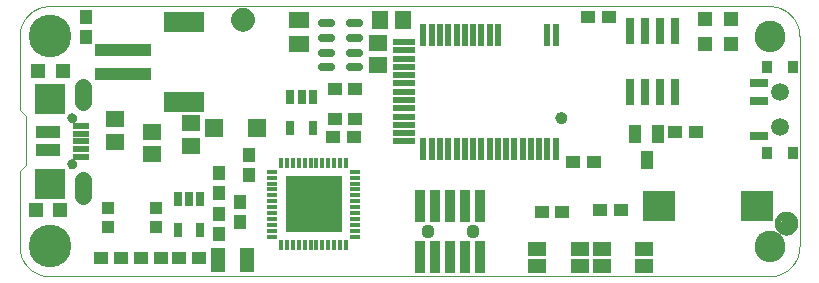
<source format=gts>
G75*
%MOIN*%
%OFA0B0*%
%FSLAX25Y25*%
%IPPOS*%
%LPD*%
%AMOC8*
5,1,8,0,0,1.08239X$1,22.5*
%
%ADD10C,0.00000*%
%ADD11C,0.10243*%
%ADD12R,0.06306X0.05282*%
%ADD13R,0.04337X0.04731*%
%ADD14R,0.05124X0.05124*%
%ADD15R,0.04731X0.04337*%
%ADD16C,0.04337*%
%ADD17C,0.01969*%
%ADD18R,0.04337X0.04337*%
%ADD19C,0.14243*%
%ADD20C,0.03156*%
%ADD21R,0.10243X0.10243*%
%ADD22C,0.05550*%
%ADD23R,0.08274X0.04337*%
%ADD24R,0.05709X0.01969*%
%ADD25R,0.02565X0.05124*%
%ADD26R,0.05912X0.05912*%
%ADD27R,0.18510X0.04337*%
%ADD28R,0.13786X0.06699*%
%ADD29R,0.03353X0.01384*%
%ADD30R,0.01384X0.03353*%
%ADD31R,0.18904X0.18904*%
%ADD32R,0.04731X0.07880*%
%ADD33R,0.05282X0.06306*%
%ADD34R,0.02172X0.07683*%
%ADD35R,0.07683X0.02172*%
%ADD36C,0.03943*%
%ADD37C,0.02565*%
%ADD38R,0.06699X0.05518*%
%ADD39R,0.04337X0.05912*%
%ADD40R,0.11069X0.09888*%
%ADD41R,0.03392X0.10636*%
%ADD42R,0.02762X0.09061*%
%ADD43R,0.05912X0.04534*%
%ADD44R,0.06306X0.03156*%
%ADD45R,0.03550X0.04337*%
%ADD46C,0.05943*%
D10*
X0049095Y0045933D02*
X0289095Y0045933D01*
X0284174Y0055933D02*
X0284176Y0056073D01*
X0284182Y0056213D01*
X0284192Y0056352D01*
X0284206Y0056491D01*
X0284224Y0056630D01*
X0284245Y0056768D01*
X0284271Y0056906D01*
X0284301Y0057043D01*
X0284334Y0057178D01*
X0284372Y0057313D01*
X0284413Y0057447D01*
X0284458Y0057580D01*
X0284506Y0057711D01*
X0284559Y0057840D01*
X0284615Y0057969D01*
X0284674Y0058095D01*
X0284738Y0058220D01*
X0284804Y0058343D01*
X0284875Y0058464D01*
X0284948Y0058583D01*
X0285025Y0058700D01*
X0285106Y0058814D01*
X0285189Y0058926D01*
X0285276Y0059036D01*
X0285366Y0059144D01*
X0285458Y0059248D01*
X0285554Y0059350D01*
X0285653Y0059450D01*
X0285754Y0059546D01*
X0285858Y0059640D01*
X0285965Y0059730D01*
X0286074Y0059817D01*
X0286186Y0059902D01*
X0286300Y0059983D01*
X0286416Y0060061D01*
X0286534Y0060135D01*
X0286655Y0060206D01*
X0286777Y0060274D01*
X0286902Y0060338D01*
X0287028Y0060399D01*
X0287155Y0060456D01*
X0287285Y0060509D01*
X0287416Y0060559D01*
X0287548Y0060604D01*
X0287681Y0060647D01*
X0287816Y0060685D01*
X0287951Y0060719D01*
X0288088Y0060750D01*
X0288225Y0060777D01*
X0288363Y0060799D01*
X0288502Y0060818D01*
X0288641Y0060833D01*
X0288780Y0060844D01*
X0288920Y0060851D01*
X0289060Y0060854D01*
X0289200Y0060853D01*
X0289340Y0060848D01*
X0289479Y0060839D01*
X0289619Y0060826D01*
X0289758Y0060809D01*
X0289896Y0060788D01*
X0290034Y0060764D01*
X0290171Y0060735D01*
X0290307Y0060703D01*
X0290442Y0060666D01*
X0290576Y0060626D01*
X0290709Y0060582D01*
X0290840Y0060534D01*
X0290970Y0060483D01*
X0291099Y0060428D01*
X0291226Y0060369D01*
X0291351Y0060306D01*
X0291474Y0060241D01*
X0291596Y0060171D01*
X0291715Y0060098D01*
X0291833Y0060022D01*
X0291948Y0059943D01*
X0292061Y0059860D01*
X0292171Y0059774D01*
X0292279Y0059685D01*
X0292384Y0059593D01*
X0292487Y0059498D01*
X0292587Y0059400D01*
X0292684Y0059300D01*
X0292778Y0059196D01*
X0292870Y0059090D01*
X0292958Y0058982D01*
X0293043Y0058871D01*
X0293125Y0058757D01*
X0293204Y0058641D01*
X0293279Y0058524D01*
X0293351Y0058404D01*
X0293419Y0058282D01*
X0293484Y0058158D01*
X0293546Y0058032D01*
X0293604Y0057905D01*
X0293658Y0057776D01*
X0293709Y0057645D01*
X0293755Y0057513D01*
X0293798Y0057380D01*
X0293838Y0057246D01*
X0293873Y0057111D01*
X0293905Y0056974D01*
X0293932Y0056837D01*
X0293956Y0056699D01*
X0293976Y0056561D01*
X0293992Y0056422D01*
X0294004Y0056282D01*
X0294012Y0056143D01*
X0294016Y0056003D01*
X0294016Y0055863D01*
X0294012Y0055723D01*
X0294004Y0055584D01*
X0293992Y0055444D01*
X0293976Y0055305D01*
X0293956Y0055167D01*
X0293932Y0055029D01*
X0293905Y0054892D01*
X0293873Y0054755D01*
X0293838Y0054620D01*
X0293798Y0054486D01*
X0293755Y0054353D01*
X0293709Y0054221D01*
X0293658Y0054090D01*
X0293604Y0053961D01*
X0293546Y0053834D01*
X0293484Y0053708D01*
X0293419Y0053584D01*
X0293351Y0053462D01*
X0293279Y0053342D01*
X0293204Y0053225D01*
X0293125Y0053109D01*
X0293043Y0052995D01*
X0292958Y0052884D01*
X0292870Y0052776D01*
X0292778Y0052670D01*
X0292684Y0052566D01*
X0292587Y0052466D01*
X0292487Y0052368D01*
X0292384Y0052273D01*
X0292279Y0052181D01*
X0292171Y0052092D01*
X0292061Y0052006D01*
X0291948Y0051923D01*
X0291833Y0051844D01*
X0291715Y0051768D01*
X0291596Y0051695D01*
X0291474Y0051625D01*
X0291351Y0051560D01*
X0291226Y0051497D01*
X0291099Y0051438D01*
X0290970Y0051383D01*
X0290840Y0051332D01*
X0290709Y0051284D01*
X0290576Y0051240D01*
X0290442Y0051200D01*
X0290307Y0051163D01*
X0290171Y0051131D01*
X0290034Y0051102D01*
X0289896Y0051078D01*
X0289758Y0051057D01*
X0289619Y0051040D01*
X0289479Y0051027D01*
X0289340Y0051018D01*
X0289200Y0051013D01*
X0289060Y0051012D01*
X0288920Y0051015D01*
X0288780Y0051022D01*
X0288641Y0051033D01*
X0288502Y0051048D01*
X0288363Y0051067D01*
X0288225Y0051089D01*
X0288088Y0051116D01*
X0287951Y0051147D01*
X0287816Y0051181D01*
X0287681Y0051219D01*
X0287548Y0051262D01*
X0287416Y0051307D01*
X0287285Y0051357D01*
X0287155Y0051410D01*
X0287028Y0051467D01*
X0286902Y0051528D01*
X0286777Y0051592D01*
X0286655Y0051660D01*
X0286534Y0051731D01*
X0286416Y0051805D01*
X0286300Y0051883D01*
X0286186Y0051964D01*
X0286074Y0052049D01*
X0285965Y0052136D01*
X0285858Y0052226D01*
X0285754Y0052320D01*
X0285653Y0052416D01*
X0285554Y0052516D01*
X0285458Y0052618D01*
X0285366Y0052722D01*
X0285276Y0052830D01*
X0285189Y0052940D01*
X0285106Y0053052D01*
X0285025Y0053166D01*
X0284948Y0053283D01*
X0284875Y0053402D01*
X0284804Y0053523D01*
X0284738Y0053646D01*
X0284674Y0053771D01*
X0284615Y0053897D01*
X0284559Y0054026D01*
X0284506Y0054155D01*
X0284458Y0054286D01*
X0284413Y0054419D01*
X0284372Y0054553D01*
X0284334Y0054688D01*
X0284301Y0054823D01*
X0284271Y0054960D01*
X0284245Y0055098D01*
X0284224Y0055236D01*
X0284206Y0055375D01*
X0284192Y0055514D01*
X0284182Y0055653D01*
X0284176Y0055793D01*
X0284174Y0055933D01*
X0289095Y0045933D02*
X0289337Y0045936D01*
X0289578Y0045945D01*
X0289819Y0045959D01*
X0290060Y0045980D01*
X0290300Y0046006D01*
X0290540Y0046038D01*
X0290779Y0046076D01*
X0291016Y0046119D01*
X0291253Y0046169D01*
X0291488Y0046224D01*
X0291722Y0046284D01*
X0291954Y0046351D01*
X0292185Y0046422D01*
X0292414Y0046500D01*
X0292641Y0046583D01*
X0292866Y0046671D01*
X0293089Y0046765D01*
X0293309Y0046864D01*
X0293527Y0046969D01*
X0293742Y0047078D01*
X0293955Y0047193D01*
X0294165Y0047313D01*
X0294371Y0047438D01*
X0294575Y0047568D01*
X0294776Y0047703D01*
X0294973Y0047843D01*
X0295167Y0047987D01*
X0295357Y0048136D01*
X0295543Y0048290D01*
X0295726Y0048448D01*
X0295905Y0048610D01*
X0296080Y0048777D01*
X0296251Y0048948D01*
X0296418Y0049123D01*
X0296580Y0049302D01*
X0296738Y0049485D01*
X0296892Y0049671D01*
X0297041Y0049861D01*
X0297185Y0050055D01*
X0297325Y0050252D01*
X0297460Y0050453D01*
X0297590Y0050657D01*
X0297715Y0050863D01*
X0297835Y0051073D01*
X0297950Y0051286D01*
X0298059Y0051501D01*
X0298164Y0051719D01*
X0298263Y0051939D01*
X0298357Y0052162D01*
X0298445Y0052387D01*
X0298528Y0052614D01*
X0298606Y0052843D01*
X0298677Y0053074D01*
X0298744Y0053306D01*
X0298804Y0053540D01*
X0298859Y0053775D01*
X0298909Y0054012D01*
X0298952Y0054249D01*
X0298990Y0054488D01*
X0299022Y0054728D01*
X0299048Y0054968D01*
X0299069Y0055209D01*
X0299083Y0055450D01*
X0299092Y0055691D01*
X0299095Y0055933D01*
X0299095Y0125933D01*
X0284174Y0125933D02*
X0284176Y0126073D01*
X0284182Y0126213D01*
X0284192Y0126352D01*
X0284206Y0126491D01*
X0284224Y0126630D01*
X0284245Y0126768D01*
X0284271Y0126906D01*
X0284301Y0127043D01*
X0284334Y0127178D01*
X0284372Y0127313D01*
X0284413Y0127447D01*
X0284458Y0127580D01*
X0284506Y0127711D01*
X0284559Y0127840D01*
X0284615Y0127969D01*
X0284674Y0128095D01*
X0284738Y0128220D01*
X0284804Y0128343D01*
X0284875Y0128464D01*
X0284948Y0128583D01*
X0285025Y0128700D01*
X0285106Y0128814D01*
X0285189Y0128926D01*
X0285276Y0129036D01*
X0285366Y0129144D01*
X0285458Y0129248D01*
X0285554Y0129350D01*
X0285653Y0129450D01*
X0285754Y0129546D01*
X0285858Y0129640D01*
X0285965Y0129730D01*
X0286074Y0129817D01*
X0286186Y0129902D01*
X0286300Y0129983D01*
X0286416Y0130061D01*
X0286534Y0130135D01*
X0286655Y0130206D01*
X0286777Y0130274D01*
X0286902Y0130338D01*
X0287028Y0130399D01*
X0287155Y0130456D01*
X0287285Y0130509D01*
X0287416Y0130559D01*
X0287548Y0130604D01*
X0287681Y0130647D01*
X0287816Y0130685D01*
X0287951Y0130719D01*
X0288088Y0130750D01*
X0288225Y0130777D01*
X0288363Y0130799D01*
X0288502Y0130818D01*
X0288641Y0130833D01*
X0288780Y0130844D01*
X0288920Y0130851D01*
X0289060Y0130854D01*
X0289200Y0130853D01*
X0289340Y0130848D01*
X0289479Y0130839D01*
X0289619Y0130826D01*
X0289758Y0130809D01*
X0289896Y0130788D01*
X0290034Y0130764D01*
X0290171Y0130735D01*
X0290307Y0130703D01*
X0290442Y0130666D01*
X0290576Y0130626D01*
X0290709Y0130582D01*
X0290840Y0130534D01*
X0290970Y0130483D01*
X0291099Y0130428D01*
X0291226Y0130369D01*
X0291351Y0130306D01*
X0291474Y0130241D01*
X0291596Y0130171D01*
X0291715Y0130098D01*
X0291833Y0130022D01*
X0291948Y0129943D01*
X0292061Y0129860D01*
X0292171Y0129774D01*
X0292279Y0129685D01*
X0292384Y0129593D01*
X0292487Y0129498D01*
X0292587Y0129400D01*
X0292684Y0129300D01*
X0292778Y0129196D01*
X0292870Y0129090D01*
X0292958Y0128982D01*
X0293043Y0128871D01*
X0293125Y0128757D01*
X0293204Y0128641D01*
X0293279Y0128524D01*
X0293351Y0128404D01*
X0293419Y0128282D01*
X0293484Y0128158D01*
X0293546Y0128032D01*
X0293604Y0127905D01*
X0293658Y0127776D01*
X0293709Y0127645D01*
X0293755Y0127513D01*
X0293798Y0127380D01*
X0293838Y0127246D01*
X0293873Y0127111D01*
X0293905Y0126974D01*
X0293932Y0126837D01*
X0293956Y0126699D01*
X0293976Y0126561D01*
X0293992Y0126422D01*
X0294004Y0126282D01*
X0294012Y0126143D01*
X0294016Y0126003D01*
X0294016Y0125863D01*
X0294012Y0125723D01*
X0294004Y0125584D01*
X0293992Y0125444D01*
X0293976Y0125305D01*
X0293956Y0125167D01*
X0293932Y0125029D01*
X0293905Y0124892D01*
X0293873Y0124755D01*
X0293838Y0124620D01*
X0293798Y0124486D01*
X0293755Y0124353D01*
X0293709Y0124221D01*
X0293658Y0124090D01*
X0293604Y0123961D01*
X0293546Y0123834D01*
X0293484Y0123708D01*
X0293419Y0123584D01*
X0293351Y0123462D01*
X0293279Y0123342D01*
X0293204Y0123225D01*
X0293125Y0123109D01*
X0293043Y0122995D01*
X0292958Y0122884D01*
X0292870Y0122776D01*
X0292778Y0122670D01*
X0292684Y0122566D01*
X0292587Y0122466D01*
X0292487Y0122368D01*
X0292384Y0122273D01*
X0292279Y0122181D01*
X0292171Y0122092D01*
X0292061Y0122006D01*
X0291948Y0121923D01*
X0291833Y0121844D01*
X0291715Y0121768D01*
X0291596Y0121695D01*
X0291474Y0121625D01*
X0291351Y0121560D01*
X0291226Y0121497D01*
X0291099Y0121438D01*
X0290970Y0121383D01*
X0290840Y0121332D01*
X0290709Y0121284D01*
X0290576Y0121240D01*
X0290442Y0121200D01*
X0290307Y0121163D01*
X0290171Y0121131D01*
X0290034Y0121102D01*
X0289896Y0121078D01*
X0289758Y0121057D01*
X0289619Y0121040D01*
X0289479Y0121027D01*
X0289340Y0121018D01*
X0289200Y0121013D01*
X0289060Y0121012D01*
X0288920Y0121015D01*
X0288780Y0121022D01*
X0288641Y0121033D01*
X0288502Y0121048D01*
X0288363Y0121067D01*
X0288225Y0121089D01*
X0288088Y0121116D01*
X0287951Y0121147D01*
X0287816Y0121181D01*
X0287681Y0121219D01*
X0287548Y0121262D01*
X0287416Y0121307D01*
X0287285Y0121357D01*
X0287155Y0121410D01*
X0287028Y0121467D01*
X0286902Y0121528D01*
X0286777Y0121592D01*
X0286655Y0121660D01*
X0286534Y0121731D01*
X0286416Y0121805D01*
X0286300Y0121883D01*
X0286186Y0121964D01*
X0286074Y0122049D01*
X0285965Y0122136D01*
X0285858Y0122226D01*
X0285754Y0122320D01*
X0285653Y0122416D01*
X0285554Y0122516D01*
X0285458Y0122618D01*
X0285366Y0122722D01*
X0285276Y0122830D01*
X0285189Y0122940D01*
X0285106Y0123052D01*
X0285025Y0123166D01*
X0284948Y0123283D01*
X0284875Y0123402D01*
X0284804Y0123523D01*
X0284738Y0123646D01*
X0284674Y0123771D01*
X0284615Y0123897D01*
X0284559Y0124026D01*
X0284506Y0124155D01*
X0284458Y0124286D01*
X0284413Y0124419D01*
X0284372Y0124553D01*
X0284334Y0124688D01*
X0284301Y0124823D01*
X0284271Y0124960D01*
X0284245Y0125098D01*
X0284224Y0125236D01*
X0284206Y0125375D01*
X0284192Y0125514D01*
X0284182Y0125653D01*
X0284176Y0125793D01*
X0284174Y0125933D01*
X0289095Y0135933D02*
X0289337Y0135930D01*
X0289578Y0135921D01*
X0289819Y0135907D01*
X0290060Y0135886D01*
X0290300Y0135860D01*
X0290540Y0135828D01*
X0290779Y0135790D01*
X0291016Y0135747D01*
X0291253Y0135697D01*
X0291488Y0135642D01*
X0291722Y0135582D01*
X0291954Y0135515D01*
X0292185Y0135444D01*
X0292414Y0135366D01*
X0292641Y0135283D01*
X0292866Y0135195D01*
X0293089Y0135101D01*
X0293309Y0135002D01*
X0293527Y0134897D01*
X0293742Y0134788D01*
X0293955Y0134673D01*
X0294165Y0134553D01*
X0294371Y0134428D01*
X0294575Y0134298D01*
X0294776Y0134163D01*
X0294973Y0134023D01*
X0295167Y0133879D01*
X0295357Y0133730D01*
X0295543Y0133576D01*
X0295726Y0133418D01*
X0295905Y0133256D01*
X0296080Y0133089D01*
X0296251Y0132918D01*
X0296418Y0132743D01*
X0296580Y0132564D01*
X0296738Y0132381D01*
X0296892Y0132195D01*
X0297041Y0132005D01*
X0297185Y0131811D01*
X0297325Y0131614D01*
X0297460Y0131413D01*
X0297590Y0131209D01*
X0297715Y0131003D01*
X0297835Y0130793D01*
X0297950Y0130580D01*
X0298059Y0130365D01*
X0298164Y0130147D01*
X0298263Y0129927D01*
X0298357Y0129704D01*
X0298445Y0129479D01*
X0298528Y0129252D01*
X0298606Y0129023D01*
X0298677Y0128792D01*
X0298744Y0128560D01*
X0298804Y0128326D01*
X0298859Y0128091D01*
X0298909Y0127854D01*
X0298952Y0127617D01*
X0298990Y0127378D01*
X0299022Y0127138D01*
X0299048Y0126898D01*
X0299069Y0126657D01*
X0299083Y0126416D01*
X0299092Y0126175D01*
X0299095Y0125933D01*
X0289095Y0135933D02*
X0049095Y0135933D01*
X0048853Y0135930D01*
X0048612Y0135921D01*
X0048371Y0135907D01*
X0048130Y0135886D01*
X0047890Y0135860D01*
X0047650Y0135828D01*
X0047411Y0135790D01*
X0047174Y0135747D01*
X0046937Y0135697D01*
X0046702Y0135642D01*
X0046468Y0135582D01*
X0046236Y0135515D01*
X0046005Y0135444D01*
X0045776Y0135366D01*
X0045549Y0135283D01*
X0045324Y0135195D01*
X0045101Y0135101D01*
X0044881Y0135002D01*
X0044663Y0134897D01*
X0044448Y0134788D01*
X0044235Y0134673D01*
X0044025Y0134553D01*
X0043819Y0134428D01*
X0043615Y0134298D01*
X0043414Y0134163D01*
X0043217Y0134023D01*
X0043023Y0133879D01*
X0042833Y0133730D01*
X0042647Y0133576D01*
X0042464Y0133418D01*
X0042285Y0133256D01*
X0042110Y0133089D01*
X0041939Y0132918D01*
X0041772Y0132743D01*
X0041610Y0132564D01*
X0041452Y0132381D01*
X0041298Y0132195D01*
X0041149Y0132005D01*
X0041005Y0131811D01*
X0040865Y0131614D01*
X0040730Y0131413D01*
X0040600Y0131209D01*
X0040475Y0131003D01*
X0040355Y0130793D01*
X0040240Y0130580D01*
X0040131Y0130365D01*
X0040026Y0130147D01*
X0039927Y0129927D01*
X0039833Y0129704D01*
X0039745Y0129479D01*
X0039662Y0129252D01*
X0039584Y0129023D01*
X0039513Y0128792D01*
X0039446Y0128560D01*
X0039386Y0128326D01*
X0039331Y0128091D01*
X0039281Y0127854D01*
X0039238Y0127617D01*
X0039200Y0127378D01*
X0039168Y0127138D01*
X0039142Y0126898D01*
X0039121Y0126657D01*
X0039107Y0126416D01*
X0039098Y0126175D01*
X0039095Y0125933D01*
X0039095Y0101433D01*
X0041095Y0099433D01*
X0041095Y0082933D01*
X0039095Y0080933D01*
X0039095Y0055933D01*
X0039098Y0055691D01*
X0039107Y0055450D01*
X0039121Y0055209D01*
X0039142Y0054968D01*
X0039168Y0054728D01*
X0039200Y0054488D01*
X0039238Y0054249D01*
X0039281Y0054012D01*
X0039331Y0053775D01*
X0039386Y0053540D01*
X0039446Y0053306D01*
X0039513Y0053074D01*
X0039584Y0052843D01*
X0039662Y0052614D01*
X0039745Y0052387D01*
X0039833Y0052162D01*
X0039927Y0051939D01*
X0040026Y0051719D01*
X0040131Y0051501D01*
X0040240Y0051286D01*
X0040355Y0051073D01*
X0040475Y0050863D01*
X0040600Y0050657D01*
X0040730Y0050453D01*
X0040865Y0050252D01*
X0041005Y0050055D01*
X0041149Y0049861D01*
X0041298Y0049671D01*
X0041452Y0049485D01*
X0041610Y0049302D01*
X0041772Y0049123D01*
X0041939Y0048948D01*
X0042110Y0048777D01*
X0042285Y0048610D01*
X0042464Y0048448D01*
X0042647Y0048290D01*
X0042833Y0048136D01*
X0043023Y0047987D01*
X0043217Y0047843D01*
X0043414Y0047703D01*
X0043615Y0047568D01*
X0043819Y0047438D01*
X0044025Y0047313D01*
X0044235Y0047193D01*
X0044448Y0047078D01*
X0044663Y0046969D01*
X0044881Y0046864D01*
X0045101Y0046765D01*
X0045324Y0046671D01*
X0045549Y0046583D01*
X0045776Y0046500D01*
X0046005Y0046422D01*
X0046236Y0046351D01*
X0046468Y0046284D01*
X0046702Y0046224D01*
X0046937Y0046169D01*
X0047174Y0046119D01*
X0047411Y0046076D01*
X0047650Y0046038D01*
X0047890Y0046006D01*
X0048130Y0045980D01*
X0048371Y0045959D01*
X0048612Y0045945D01*
X0048853Y0045936D01*
X0049095Y0045933D01*
X0047934Y0074988D02*
X0050296Y0074988D01*
X0050373Y0075000D01*
X0050449Y0075015D01*
X0050525Y0075034D01*
X0050599Y0075057D01*
X0050673Y0075083D01*
X0050744Y0075113D01*
X0050815Y0075147D01*
X0050883Y0075183D01*
X0050950Y0075224D01*
X0051015Y0075267D01*
X0051077Y0075313D01*
X0051138Y0075363D01*
X0051195Y0075415D01*
X0051250Y0075471D01*
X0051302Y0075528D01*
X0051352Y0075589D01*
X0051398Y0075651D01*
X0051441Y0075716D01*
X0051481Y0075783D01*
X0051518Y0075852D01*
X0051551Y0075922D01*
X0051581Y0075994D01*
X0051607Y0076068D01*
X0051629Y0076142D01*
X0051648Y0076218D01*
X0051663Y0076294D01*
X0051674Y0076371D01*
X0051682Y0076449D01*
X0051686Y0076527D01*
X0051685Y0076605D01*
X0051682Y0076682D01*
X0051674Y0076760D01*
X0051682Y0076838D01*
X0051685Y0076915D01*
X0051686Y0076993D01*
X0051682Y0077071D01*
X0051674Y0077149D01*
X0051663Y0077226D01*
X0051648Y0077302D01*
X0051629Y0077378D01*
X0051607Y0077452D01*
X0051581Y0077526D01*
X0051551Y0077598D01*
X0051518Y0077668D01*
X0051481Y0077737D01*
X0051441Y0077804D01*
X0051398Y0077869D01*
X0051352Y0077931D01*
X0051302Y0077992D01*
X0051250Y0078049D01*
X0051195Y0078105D01*
X0051138Y0078157D01*
X0051077Y0078207D01*
X0051015Y0078253D01*
X0050950Y0078296D01*
X0050883Y0078337D01*
X0050815Y0078373D01*
X0050744Y0078407D01*
X0050673Y0078437D01*
X0050599Y0078463D01*
X0050525Y0078486D01*
X0050449Y0078505D01*
X0050373Y0078520D01*
X0050296Y0078532D01*
X0050296Y0078531D02*
X0047934Y0078531D01*
X0047934Y0078532D02*
X0047857Y0078520D01*
X0047781Y0078505D01*
X0047705Y0078486D01*
X0047631Y0078463D01*
X0047557Y0078437D01*
X0047486Y0078407D01*
X0047415Y0078373D01*
X0047347Y0078337D01*
X0047280Y0078296D01*
X0047215Y0078253D01*
X0047153Y0078207D01*
X0047092Y0078157D01*
X0047035Y0078105D01*
X0046980Y0078049D01*
X0046928Y0077992D01*
X0046878Y0077931D01*
X0046832Y0077869D01*
X0046789Y0077804D01*
X0046749Y0077737D01*
X0046712Y0077668D01*
X0046679Y0077598D01*
X0046649Y0077526D01*
X0046623Y0077452D01*
X0046601Y0077378D01*
X0046582Y0077302D01*
X0046567Y0077226D01*
X0046556Y0077149D01*
X0046548Y0077071D01*
X0046544Y0076993D01*
X0046545Y0076915D01*
X0046548Y0076838D01*
X0046556Y0076760D01*
X0046548Y0076682D01*
X0046545Y0076605D01*
X0046544Y0076527D01*
X0046548Y0076449D01*
X0046556Y0076371D01*
X0046567Y0076294D01*
X0046582Y0076218D01*
X0046601Y0076142D01*
X0046623Y0076068D01*
X0046649Y0075994D01*
X0046679Y0075922D01*
X0046712Y0075852D01*
X0046749Y0075783D01*
X0046789Y0075716D01*
X0046832Y0075651D01*
X0046878Y0075589D01*
X0046928Y0075528D01*
X0046980Y0075471D01*
X0047035Y0075415D01*
X0047092Y0075363D01*
X0047153Y0075313D01*
X0047215Y0075267D01*
X0047280Y0075224D01*
X0047347Y0075183D01*
X0047415Y0075147D01*
X0047486Y0075113D01*
X0047557Y0075083D01*
X0047631Y0075057D01*
X0047705Y0075034D01*
X0047781Y0075015D01*
X0047857Y0075000D01*
X0047934Y0074988D01*
X0055217Y0083256D02*
X0055219Y0083330D01*
X0055225Y0083404D01*
X0055235Y0083477D01*
X0055249Y0083550D01*
X0055266Y0083622D01*
X0055288Y0083692D01*
X0055313Y0083762D01*
X0055342Y0083830D01*
X0055375Y0083896D01*
X0055411Y0083961D01*
X0055451Y0084023D01*
X0055493Y0084084D01*
X0055539Y0084142D01*
X0055588Y0084197D01*
X0055640Y0084250D01*
X0055695Y0084300D01*
X0055752Y0084346D01*
X0055812Y0084390D01*
X0055874Y0084430D01*
X0055938Y0084467D01*
X0056004Y0084501D01*
X0056072Y0084531D01*
X0056141Y0084557D01*
X0056212Y0084580D01*
X0056283Y0084598D01*
X0056356Y0084613D01*
X0056429Y0084624D01*
X0056503Y0084631D01*
X0056577Y0084634D01*
X0056650Y0084633D01*
X0056724Y0084628D01*
X0056798Y0084619D01*
X0056871Y0084606D01*
X0056943Y0084589D01*
X0057014Y0084569D01*
X0057084Y0084544D01*
X0057152Y0084516D01*
X0057219Y0084485D01*
X0057284Y0084449D01*
X0057347Y0084411D01*
X0057408Y0084369D01*
X0057467Y0084323D01*
X0057523Y0084275D01*
X0057576Y0084224D01*
X0057626Y0084170D01*
X0057674Y0084113D01*
X0057718Y0084054D01*
X0057760Y0083992D01*
X0057798Y0083929D01*
X0057832Y0083863D01*
X0057863Y0083796D01*
X0057890Y0083727D01*
X0057913Y0083657D01*
X0057933Y0083586D01*
X0057949Y0083513D01*
X0057961Y0083440D01*
X0057969Y0083367D01*
X0057973Y0083293D01*
X0057973Y0083219D01*
X0057969Y0083145D01*
X0057961Y0083072D01*
X0057949Y0082999D01*
X0057933Y0082926D01*
X0057913Y0082855D01*
X0057890Y0082785D01*
X0057863Y0082716D01*
X0057832Y0082649D01*
X0057798Y0082583D01*
X0057760Y0082520D01*
X0057718Y0082458D01*
X0057674Y0082399D01*
X0057626Y0082342D01*
X0057576Y0082288D01*
X0057523Y0082237D01*
X0057467Y0082189D01*
X0057408Y0082143D01*
X0057347Y0082101D01*
X0057284Y0082063D01*
X0057219Y0082027D01*
X0057152Y0081996D01*
X0057084Y0081968D01*
X0057014Y0081943D01*
X0056943Y0081923D01*
X0056871Y0081906D01*
X0056798Y0081893D01*
X0056724Y0081884D01*
X0056650Y0081879D01*
X0056577Y0081878D01*
X0056503Y0081881D01*
X0056429Y0081888D01*
X0056356Y0081899D01*
X0056283Y0081914D01*
X0056212Y0081932D01*
X0056141Y0081955D01*
X0056072Y0081981D01*
X0056004Y0082011D01*
X0055938Y0082045D01*
X0055874Y0082082D01*
X0055812Y0082122D01*
X0055752Y0082166D01*
X0055695Y0082212D01*
X0055640Y0082262D01*
X0055588Y0082315D01*
X0055539Y0082370D01*
X0055493Y0082428D01*
X0055451Y0082489D01*
X0055411Y0082551D01*
X0055375Y0082616D01*
X0055342Y0082682D01*
X0055313Y0082750D01*
X0055288Y0082820D01*
X0055266Y0082890D01*
X0055249Y0082962D01*
X0055235Y0083035D01*
X0055225Y0083108D01*
X0055219Y0083182D01*
X0055217Y0083256D01*
X0055217Y0098610D02*
X0055219Y0098684D01*
X0055225Y0098758D01*
X0055235Y0098831D01*
X0055249Y0098904D01*
X0055266Y0098976D01*
X0055288Y0099046D01*
X0055313Y0099116D01*
X0055342Y0099184D01*
X0055375Y0099250D01*
X0055411Y0099315D01*
X0055451Y0099377D01*
X0055493Y0099438D01*
X0055539Y0099496D01*
X0055588Y0099551D01*
X0055640Y0099604D01*
X0055695Y0099654D01*
X0055752Y0099700D01*
X0055812Y0099744D01*
X0055874Y0099784D01*
X0055938Y0099821D01*
X0056004Y0099855D01*
X0056072Y0099885D01*
X0056141Y0099911D01*
X0056212Y0099934D01*
X0056283Y0099952D01*
X0056356Y0099967D01*
X0056429Y0099978D01*
X0056503Y0099985D01*
X0056577Y0099988D01*
X0056650Y0099987D01*
X0056724Y0099982D01*
X0056798Y0099973D01*
X0056871Y0099960D01*
X0056943Y0099943D01*
X0057014Y0099923D01*
X0057084Y0099898D01*
X0057152Y0099870D01*
X0057219Y0099839D01*
X0057284Y0099803D01*
X0057347Y0099765D01*
X0057408Y0099723D01*
X0057467Y0099677D01*
X0057523Y0099629D01*
X0057576Y0099578D01*
X0057626Y0099524D01*
X0057674Y0099467D01*
X0057718Y0099408D01*
X0057760Y0099346D01*
X0057798Y0099283D01*
X0057832Y0099217D01*
X0057863Y0099150D01*
X0057890Y0099081D01*
X0057913Y0099011D01*
X0057933Y0098940D01*
X0057949Y0098867D01*
X0057961Y0098794D01*
X0057969Y0098721D01*
X0057973Y0098647D01*
X0057973Y0098573D01*
X0057969Y0098499D01*
X0057961Y0098426D01*
X0057949Y0098353D01*
X0057933Y0098280D01*
X0057913Y0098209D01*
X0057890Y0098139D01*
X0057863Y0098070D01*
X0057832Y0098003D01*
X0057798Y0097937D01*
X0057760Y0097874D01*
X0057718Y0097812D01*
X0057674Y0097753D01*
X0057626Y0097696D01*
X0057576Y0097642D01*
X0057523Y0097591D01*
X0057467Y0097543D01*
X0057408Y0097497D01*
X0057347Y0097455D01*
X0057284Y0097417D01*
X0057219Y0097381D01*
X0057152Y0097350D01*
X0057084Y0097322D01*
X0057014Y0097297D01*
X0056943Y0097277D01*
X0056871Y0097260D01*
X0056798Y0097247D01*
X0056724Y0097238D01*
X0056650Y0097233D01*
X0056577Y0097232D01*
X0056503Y0097235D01*
X0056429Y0097242D01*
X0056356Y0097253D01*
X0056283Y0097268D01*
X0056212Y0097286D01*
X0056141Y0097309D01*
X0056072Y0097335D01*
X0056004Y0097365D01*
X0055938Y0097399D01*
X0055874Y0097436D01*
X0055812Y0097476D01*
X0055752Y0097520D01*
X0055695Y0097566D01*
X0055640Y0097616D01*
X0055588Y0097669D01*
X0055539Y0097724D01*
X0055493Y0097782D01*
X0055451Y0097843D01*
X0055411Y0097905D01*
X0055375Y0097970D01*
X0055342Y0098036D01*
X0055313Y0098104D01*
X0055288Y0098174D01*
X0055266Y0098244D01*
X0055249Y0098316D01*
X0055235Y0098389D01*
X0055225Y0098462D01*
X0055219Y0098536D01*
X0055217Y0098610D01*
X0050296Y0103335D02*
X0048131Y0103335D01*
X0048130Y0103334D02*
X0048056Y0103331D01*
X0047981Y0103332D01*
X0047906Y0103336D01*
X0047831Y0103345D01*
X0047757Y0103357D01*
X0047684Y0103373D01*
X0047611Y0103392D01*
X0047540Y0103415D01*
X0047470Y0103442D01*
X0047401Y0103472D01*
X0047334Y0103506D01*
X0047269Y0103543D01*
X0047206Y0103583D01*
X0047145Y0103626D01*
X0047086Y0103673D01*
X0047030Y0103722D01*
X0046976Y0103774D01*
X0046925Y0103829D01*
X0046876Y0103887D01*
X0046831Y0103946D01*
X0046789Y0104008D01*
X0046750Y0104072D01*
X0046714Y0104138D01*
X0046681Y0104206D01*
X0046652Y0104275D01*
X0046627Y0104346D01*
X0046605Y0104417D01*
X0046587Y0104490D01*
X0046573Y0104564D01*
X0046562Y0104638D01*
X0046555Y0104713D01*
X0046556Y0104713D02*
X0046556Y0105500D01*
X0046555Y0105500D02*
X0046562Y0105575D01*
X0046573Y0105649D01*
X0046587Y0105723D01*
X0046605Y0105796D01*
X0046627Y0105867D01*
X0046652Y0105938D01*
X0046681Y0106007D01*
X0046714Y0106075D01*
X0046750Y0106141D01*
X0046789Y0106205D01*
X0046831Y0106267D01*
X0046876Y0106326D01*
X0046925Y0106384D01*
X0046976Y0106439D01*
X0047030Y0106491D01*
X0047086Y0106540D01*
X0047145Y0106587D01*
X0047206Y0106630D01*
X0047269Y0106670D01*
X0047334Y0106707D01*
X0047401Y0106741D01*
X0047470Y0106771D01*
X0047540Y0106798D01*
X0047611Y0106821D01*
X0047684Y0106840D01*
X0047757Y0106856D01*
X0047831Y0106868D01*
X0047906Y0106877D01*
X0047981Y0106881D01*
X0048056Y0106882D01*
X0048130Y0106879D01*
X0048131Y0106878D02*
X0050296Y0106878D01*
X0050368Y0106876D01*
X0050440Y0106870D01*
X0050512Y0106861D01*
X0050583Y0106848D01*
X0050653Y0106831D01*
X0050722Y0106811D01*
X0050790Y0106786D01*
X0050856Y0106759D01*
X0050922Y0106728D01*
X0050985Y0106693D01*
X0051047Y0106656D01*
X0051106Y0106615D01*
X0051163Y0106571D01*
X0051218Y0106524D01*
X0051270Y0106474D01*
X0051320Y0106422D01*
X0051367Y0106367D01*
X0051411Y0106310D01*
X0051452Y0106251D01*
X0051489Y0106189D01*
X0051524Y0106126D01*
X0051555Y0106060D01*
X0051582Y0105994D01*
X0051607Y0105926D01*
X0051627Y0105857D01*
X0051644Y0105787D01*
X0051657Y0105716D01*
X0051666Y0105644D01*
X0051672Y0105572D01*
X0051674Y0105500D01*
X0051674Y0104713D01*
X0051672Y0104641D01*
X0051666Y0104569D01*
X0051657Y0104497D01*
X0051644Y0104426D01*
X0051627Y0104356D01*
X0051607Y0104287D01*
X0051582Y0104219D01*
X0051555Y0104153D01*
X0051524Y0104087D01*
X0051489Y0104024D01*
X0051452Y0103962D01*
X0051411Y0103903D01*
X0051367Y0103846D01*
X0051320Y0103791D01*
X0051270Y0103739D01*
X0051218Y0103689D01*
X0051163Y0103642D01*
X0051106Y0103598D01*
X0051047Y0103557D01*
X0050985Y0103520D01*
X0050922Y0103485D01*
X0050856Y0103454D01*
X0050790Y0103427D01*
X0050722Y0103402D01*
X0050653Y0103382D01*
X0050583Y0103365D01*
X0050512Y0103352D01*
X0050440Y0103343D01*
X0050368Y0103337D01*
X0050296Y0103335D01*
X0173126Y0060933D02*
X0173128Y0061021D01*
X0173134Y0061109D01*
X0173144Y0061197D01*
X0173158Y0061285D01*
X0173175Y0061371D01*
X0173197Y0061457D01*
X0173222Y0061541D01*
X0173252Y0061625D01*
X0173284Y0061707D01*
X0173321Y0061787D01*
X0173361Y0061866D01*
X0173405Y0061943D01*
X0173452Y0062018D01*
X0173502Y0062090D01*
X0173556Y0062161D01*
X0173612Y0062228D01*
X0173672Y0062294D01*
X0173734Y0062356D01*
X0173800Y0062416D01*
X0173867Y0062472D01*
X0173938Y0062526D01*
X0174010Y0062576D01*
X0174085Y0062623D01*
X0174162Y0062667D01*
X0174241Y0062707D01*
X0174321Y0062744D01*
X0174403Y0062776D01*
X0174487Y0062806D01*
X0174571Y0062831D01*
X0174657Y0062853D01*
X0174743Y0062870D01*
X0174831Y0062884D01*
X0174919Y0062894D01*
X0175007Y0062900D01*
X0175095Y0062902D01*
X0175183Y0062900D01*
X0175271Y0062894D01*
X0175359Y0062884D01*
X0175447Y0062870D01*
X0175533Y0062853D01*
X0175619Y0062831D01*
X0175703Y0062806D01*
X0175787Y0062776D01*
X0175869Y0062744D01*
X0175949Y0062707D01*
X0176028Y0062667D01*
X0176105Y0062623D01*
X0176180Y0062576D01*
X0176252Y0062526D01*
X0176323Y0062472D01*
X0176390Y0062416D01*
X0176456Y0062356D01*
X0176518Y0062294D01*
X0176578Y0062228D01*
X0176634Y0062161D01*
X0176688Y0062090D01*
X0176738Y0062018D01*
X0176785Y0061943D01*
X0176829Y0061866D01*
X0176869Y0061787D01*
X0176906Y0061707D01*
X0176938Y0061625D01*
X0176968Y0061541D01*
X0176993Y0061457D01*
X0177015Y0061371D01*
X0177032Y0061285D01*
X0177046Y0061197D01*
X0177056Y0061109D01*
X0177062Y0061021D01*
X0177064Y0060933D01*
X0177062Y0060845D01*
X0177056Y0060757D01*
X0177046Y0060669D01*
X0177032Y0060581D01*
X0177015Y0060495D01*
X0176993Y0060409D01*
X0176968Y0060325D01*
X0176938Y0060241D01*
X0176906Y0060159D01*
X0176869Y0060079D01*
X0176829Y0060000D01*
X0176785Y0059923D01*
X0176738Y0059848D01*
X0176688Y0059776D01*
X0176634Y0059705D01*
X0176578Y0059638D01*
X0176518Y0059572D01*
X0176456Y0059510D01*
X0176390Y0059450D01*
X0176323Y0059394D01*
X0176252Y0059340D01*
X0176180Y0059290D01*
X0176105Y0059243D01*
X0176028Y0059199D01*
X0175949Y0059159D01*
X0175869Y0059122D01*
X0175787Y0059090D01*
X0175703Y0059060D01*
X0175619Y0059035D01*
X0175533Y0059013D01*
X0175447Y0058996D01*
X0175359Y0058982D01*
X0175271Y0058972D01*
X0175183Y0058966D01*
X0175095Y0058964D01*
X0175007Y0058966D01*
X0174919Y0058972D01*
X0174831Y0058982D01*
X0174743Y0058996D01*
X0174657Y0059013D01*
X0174571Y0059035D01*
X0174487Y0059060D01*
X0174403Y0059090D01*
X0174321Y0059122D01*
X0174241Y0059159D01*
X0174162Y0059199D01*
X0174085Y0059243D01*
X0174010Y0059290D01*
X0173938Y0059340D01*
X0173867Y0059394D01*
X0173800Y0059450D01*
X0173734Y0059510D01*
X0173672Y0059572D01*
X0173612Y0059638D01*
X0173556Y0059705D01*
X0173502Y0059776D01*
X0173452Y0059848D01*
X0173405Y0059923D01*
X0173361Y0060000D01*
X0173321Y0060079D01*
X0173284Y0060159D01*
X0173252Y0060241D01*
X0173222Y0060325D01*
X0173197Y0060409D01*
X0173175Y0060495D01*
X0173158Y0060581D01*
X0173144Y0060669D01*
X0173134Y0060757D01*
X0173128Y0060845D01*
X0173126Y0060933D01*
X0188126Y0060933D02*
X0188128Y0061021D01*
X0188134Y0061109D01*
X0188144Y0061197D01*
X0188158Y0061285D01*
X0188175Y0061371D01*
X0188197Y0061457D01*
X0188222Y0061541D01*
X0188252Y0061625D01*
X0188284Y0061707D01*
X0188321Y0061787D01*
X0188361Y0061866D01*
X0188405Y0061943D01*
X0188452Y0062018D01*
X0188502Y0062090D01*
X0188556Y0062161D01*
X0188612Y0062228D01*
X0188672Y0062294D01*
X0188734Y0062356D01*
X0188800Y0062416D01*
X0188867Y0062472D01*
X0188938Y0062526D01*
X0189010Y0062576D01*
X0189085Y0062623D01*
X0189162Y0062667D01*
X0189241Y0062707D01*
X0189321Y0062744D01*
X0189403Y0062776D01*
X0189487Y0062806D01*
X0189571Y0062831D01*
X0189657Y0062853D01*
X0189743Y0062870D01*
X0189831Y0062884D01*
X0189919Y0062894D01*
X0190007Y0062900D01*
X0190095Y0062902D01*
X0190183Y0062900D01*
X0190271Y0062894D01*
X0190359Y0062884D01*
X0190447Y0062870D01*
X0190533Y0062853D01*
X0190619Y0062831D01*
X0190703Y0062806D01*
X0190787Y0062776D01*
X0190869Y0062744D01*
X0190949Y0062707D01*
X0191028Y0062667D01*
X0191105Y0062623D01*
X0191180Y0062576D01*
X0191252Y0062526D01*
X0191323Y0062472D01*
X0191390Y0062416D01*
X0191456Y0062356D01*
X0191518Y0062294D01*
X0191578Y0062228D01*
X0191634Y0062161D01*
X0191688Y0062090D01*
X0191738Y0062018D01*
X0191785Y0061943D01*
X0191829Y0061866D01*
X0191869Y0061787D01*
X0191906Y0061707D01*
X0191938Y0061625D01*
X0191968Y0061541D01*
X0191993Y0061457D01*
X0192015Y0061371D01*
X0192032Y0061285D01*
X0192046Y0061197D01*
X0192056Y0061109D01*
X0192062Y0061021D01*
X0192064Y0060933D01*
X0192062Y0060845D01*
X0192056Y0060757D01*
X0192046Y0060669D01*
X0192032Y0060581D01*
X0192015Y0060495D01*
X0191993Y0060409D01*
X0191968Y0060325D01*
X0191938Y0060241D01*
X0191906Y0060159D01*
X0191869Y0060079D01*
X0191829Y0060000D01*
X0191785Y0059923D01*
X0191738Y0059848D01*
X0191688Y0059776D01*
X0191634Y0059705D01*
X0191578Y0059638D01*
X0191518Y0059572D01*
X0191456Y0059510D01*
X0191390Y0059450D01*
X0191323Y0059394D01*
X0191252Y0059340D01*
X0191180Y0059290D01*
X0191105Y0059243D01*
X0191028Y0059199D01*
X0190949Y0059159D01*
X0190869Y0059122D01*
X0190787Y0059090D01*
X0190703Y0059060D01*
X0190619Y0059035D01*
X0190533Y0059013D01*
X0190447Y0058996D01*
X0190359Y0058982D01*
X0190271Y0058972D01*
X0190183Y0058966D01*
X0190095Y0058964D01*
X0190007Y0058966D01*
X0189919Y0058972D01*
X0189831Y0058982D01*
X0189743Y0058996D01*
X0189657Y0059013D01*
X0189571Y0059035D01*
X0189487Y0059060D01*
X0189403Y0059090D01*
X0189321Y0059122D01*
X0189241Y0059159D01*
X0189162Y0059199D01*
X0189085Y0059243D01*
X0189010Y0059290D01*
X0188938Y0059340D01*
X0188867Y0059394D01*
X0188800Y0059450D01*
X0188734Y0059510D01*
X0188672Y0059572D01*
X0188612Y0059638D01*
X0188556Y0059705D01*
X0188502Y0059776D01*
X0188452Y0059848D01*
X0188405Y0059923D01*
X0188361Y0060000D01*
X0188321Y0060079D01*
X0188284Y0060159D01*
X0188252Y0060241D01*
X0188222Y0060325D01*
X0188197Y0060409D01*
X0188175Y0060495D01*
X0188158Y0060581D01*
X0188144Y0060669D01*
X0188134Y0060757D01*
X0188128Y0060845D01*
X0188126Y0060933D01*
X0217843Y0098772D02*
X0217845Y0098856D01*
X0217851Y0098939D01*
X0217861Y0099022D01*
X0217875Y0099105D01*
X0217892Y0099187D01*
X0217914Y0099268D01*
X0217939Y0099347D01*
X0217968Y0099426D01*
X0218001Y0099503D01*
X0218037Y0099578D01*
X0218077Y0099652D01*
X0218120Y0099724D01*
X0218167Y0099793D01*
X0218217Y0099860D01*
X0218270Y0099925D01*
X0218326Y0099987D01*
X0218384Y0100047D01*
X0218446Y0100104D01*
X0218510Y0100157D01*
X0218577Y0100208D01*
X0218646Y0100255D01*
X0218717Y0100300D01*
X0218790Y0100340D01*
X0218865Y0100377D01*
X0218942Y0100411D01*
X0219020Y0100441D01*
X0219099Y0100467D01*
X0219180Y0100490D01*
X0219262Y0100508D01*
X0219344Y0100523D01*
X0219427Y0100534D01*
X0219510Y0100541D01*
X0219594Y0100544D01*
X0219678Y0100543D01*
X0219761Y0100538D01*
X0219845Y0100529D01*
X0219927Y0100516D01*
X0220009Y0100500D01*
X0220090Y0100479D01*
X0220171Y0100455D01*
X0220249Y0100427D01*
X0220327Y0100395D01*
X0220403Y0100359D01*
X0220477Y0100320D01*
X0220549Y0100278D01*
X0220619Y0100232D01*
X0220687Y0100183D01*
X0220752Y0100131D01*
X0220815Y0100076D01*
X0220875Y0100018D01*
X0220933Y0099957D01*
X0220987Y0099893D01*
X0221039Y0099827D01*
X0221087Y0099759D01*
X0221132Y0099688D01*
X0221173Y0099615D01*
X0221212Y0099541D01*
X0221246Y0099465D01*
X0221277Y0099387D01*
X0221304Y0099308D01*
X0221328Y0099227D01*
X0221347Y0099146D01*
X0221363Y0099064D01*
X0221375Y0098981D01*
X0221383Y0098897D01*
X0221387Y0098814D01*
X0221387Y0098730D01*
X0221383Y0098647D01*
X0221375Y0098563D01*
X0221363Y0098480D01*
X0221347Y0098398D01*
X0221328Y0098317D01*
X0221304Y0098236D01*
X0221277Y0098157D01*
X0221246Y0098079D01*
X0221212Y0098003D01*
X0221173Y0097929D01*
X0221132Y0097856D01*
X0221087Y0097785D01*
X0221039Y0097717D01*
X0220987Y0097651D01*
X0220933Y0097587D01*
X0220875Y0097526D01*
X0220815Y0097468D01*
X0220752Y0097413D01*
X0220687Y0097361D01*
X0220619Y0097312D01*
X0220549Y0097266D01*
X0220477Y0097224D01*
X0220403Y0097185D01*
X0220327Y0097149D01*
X0220249Y0097117D01*
X0220171Y0097089D01*
X0220090Y0097065D01*
X0220009Y0097044D01*
X0219927Y0097028D01*
X0219845Y0097015D01*
X0219761Y0097006D01*
X0219678Y0097001D01*
X0219594Y0097000D01*
X0219510Y0097003D01*
X0219427Y0097010D01*
X0219344Y0097021D01*
X0219262Y0097036D01*
X0219180Y0097054D01*
X0219099Y0097077D01*
X0219020Y0097103D01*
X0218942Y0097133D01*
X0218865Y0097167D01*
X0218790Y0097204D01*
X0218717Y0097244D01*
X0218646Y0097289D01*
X0218577Y0097336D01*
X0218510Y0097387D01*
X0218446Y0097440D01*
X0218384Y0097497D01*
X0218326Y0097557D01*
X0218270Y0097619D01*
X0218217Y0097684D01*
X0218167Y0097751D01*
X0218120Y0097820D01*
X0218077Y0097892D01*
X0218037Y0097966D01*
X0218001Y0098041D01*
X0217968Y0098118D01*
X0217939Y0098197D01*
X0217914Y0098276D01*
X0217892Y0098357D01*
X0217875Y0098439D01*
X0217861Y0098522D01*
X0217851Y0098605D01*
X0217845Y0098688D01*
X0217843Y0098772D01*
D11*
X0289095Y0125933D03*
X0289095Y0055933D03*
D12*
X0158595Y0116193D03*
X0158595Y0123673D03*
X0096154Y0096937D03*
X0083095Y0094173D03*
X0070938Y0090713D03*
X0083095Y0086693D03*
X0096154Y0089457D03*
X0070938Y0098193D03*
D13*
X0105662Y0080480D03*
X0115595Y0079587D03*
X0105662Y0073787D03*
X0112595Y0070780D03*
X0105595Y0066780D03*
X0112595Y0064087D03*
X0105595Y0060087D03*
X0115595Y0086280D03*
X0061095Y0125587D03*
X0061095Y0132280D03*
D14*
X0053642Y0114276D03*
X0045375Y0114276D03*
X0044461Y0067933D03*
X0052729Y0067933D03*
X0267595Y0123299D03*
X0276095Y0123299D03*
X0276095Y0131567D03*
X0267595Y0131567D03*
D15*
X0235442Y0132433D03*
X0228749Y0132433D03*
X0257749Y0093933D03*
X0264442Y0093933D03*
X0230442Y0083933D03*
X0223749Y0083933D03*
X0219942Y0067433D03*
X0213249Y0067433D03*
X0232749Y0067933D03*
X0239442Y0067933D03*
X0150442Y0092433D03*
X0143749Y0092433D03*
X0144249Y0098433D03*
X0150942Y0098433D03*
X0150942Y0108433D03*
X0144249Y0108433D03*
X0098942Y0051933D03*
X0092249Y0051933D03*
X0086142Y0052038D03*
X0079449Y0052038D03*
X0072942Y0051933D03*
X0066249Y0051933D03*
D16*
X0175095Y0060933D03*
X0190095Y0060933D03*
X0294781Y0063461D03*
X0113595Y0131433D03*
D17*
X0113595Y0134386D02*
X0113487Y0134384D01*
X0113379Y0134378D01*
X0113272Y0134368D01*
X0113165Y0134355D01*
X0113059Y0134337D01*
X0112953Y0134315D01*
X0112848Y0134290D01*
X0112744Y0134261D01*
X0112642Y0134228D01*
X0112540Y0134191D01*
X0112440Y0134151D01*
X0112342Y0134107D01*
X0112245Y0134059D01*
X0112150Y0134008D01*
X0112057Y0133954D01*
X0111966Y0133896D01*
X0111877Y0133835D01*
X0111790Y0133770D01*
X0111706Y0133703D01*
X0111624Y0133632D01*
X0111545Y0133559D01*
X0111469Y0133483D01*
X0111396Y0133404D01*
X0111325Y0133322D01*
X0111258Y0133238D01*
X0111193Y0133151D01*
X0111132Y0133062D01*
X0111074Y0132971D01*
X0111020Y0132878D01*
X0110969Y0132783D01*
X0110921Y0132686D01*
X0110877Y0132588D01*
X0110837Y0132488D01*
X0110800Y0132386D01*
X0110767Y0132284D01*
X0110738Y0132180D01*
X0110713Y0132075D01*
X0110691Y0131969D01*
X0110673Y0131863D01*
X0110660Y0131756D01*
X0110650Y0131649D01*
X0110644Y0131541D01*
X0110642Y0131433D01*
X0110644Y0131325D01*
X0110650Y0131217D01*
X0110660Y0131110D01*
X0110673Y0131003D01*
X0110691Y0130897D01*
X0110713Y0130791D01*
X0110738Y0130686D01*
X0110767Y0130582D01*
X0110800Y0130480D01*
X0110837Y0130378D01*
X0110877Y0130278D01*
X0110921Y0130180D01*
X0110969Y0130083D01*
X0111020Y0129988D01*
X0111074Y0129895D01*
X0111132Y0129804D01*
X0111193Y0129715D01*
X0111258Y0129628D01*
X0111325Y0129544D01*
X0111396Y0129462D01*
X0111469Y0129383D01*
X0111545Y0129307D01*
X0111624Y0129234D01*
X0111706Y0129163D01*
X0111790Y0129096D01*
X0111877Y0129031D01*
X0111966Y0128970D01*
X0112057Y0128912D01*
X0112150Y0128858D01*
X0112245Y0128807D01*
X0112342Y0128759D01*
X0112440Y0128715D01*
X0112540Y0128675D01*
X0112642Y0128638D01*
X0112744Y0128605D01*
X0112848Y0128576D01*
X0112953Y0128551D01*
X0113059Y0128529D01*
X0113165Y0128511D01*
X0113272Y0128498D01*
X0113379Y0128488D01*
X0113487Y0128482D01*
X0113595Y0128480D01*
X0113703Y0128482D01*
X0113811Y0128488D01*
X0113918Y0128498D01*
X0114025Y0128511D01*
X0114131Y0128529D01*
X0114237Y0128551D01*
X0114342Y0128576D01*
X0114446Y0128605D01*
X0114548Y0128638D01*
X0114650Y0128675D01*
X0114750Y0128715D01*
X0114848Y0128759D01*
X0114945Y0128807D01*
X0115040Y0128858D01*
X0115133Y0128912D01*
X0115224Y0128970D01*
X0115313Y0129031D01*
X0115400Y0129096D01*
X0115484Y0129163D01*
X0115566Y0129234D01*
X0115645Y0129307D01*
X0115721Y0129383D01*
X0115794Y0129462D01*
X0115865Y0129544D01*
X0115932Y0129628D01*
X0115997Y0129715D01*
X0116058Y0129804D01*
X0116116Y0129895D01*
X0116170Y0129988D01*
X0116221Y0130083D01*
X0116269Y0130180D01*
X0116313Y0130278D01*
X0116353Y0130378D01*
X0116390Y0130480D01*
X0116423Y0130582D01*
X0116452Y0130686D01*
X0116477Y0130791D01*
X0116499Y0130897D01*
X0116517Y0131003D01*
X0116530Y0131110D01*
X0116540Y0131217D01*
X0116546Y0131325D01*
X0116548Y0131433D01*
X0116546Y0131541D01*
X0116540Y0131649D01*
X0116530Y0131756D01*
X0116517Y0131863D01*
X0116499Y0131969D01*
X0116477Y0132075D01*
X0116452Y0132180D01*
X0116423Y0132284D01*
X0116390Y0132386D01*
X0116353Y0132488D01*
X0116313Y0132588D01*
X0116269Y0132686D01*
X0116221Y0132783D01*
X0116170Y0132878D01*
X0116116Y0132971D01*
X0116058Y0133062D01*
X0115997Y0133151D01*
X0115932Y0133238D01*
X0115865Y0133322D01*
X0115794Y0133404D01*
X0115721Y0133483D01*
X0115645Y0133559D01*
X0115566Y0133632D01*
X0115484Y0133703D01*
X0115400Y0133770D01*
X0115313Y0133835D01*
X0115224Y0133896D01*
X0115133Y0133954D01*
X0115040Y0134008D01*
X0114945Y0134059D01*
X0114848Y0134107D01*
X0114750Y0134151D01*
X0114650Y0134191D01*
X0114548Y0134228D01*
X0114446Y0134261D01*
X0114342Y0134290D01*
X0114237Y0134315D01*
X0114131Y0134337D01*
X0114025Y0134355D01*
X0113918Y0134368D01*
X0113811Y0134378D01*
X0113703Y0134384D01*
X0113595Y0134386D01*
X0291828Y0063461D02*
X0291830Y0063569D01*
X0291836Y0063677D01*
X0291846Y0063784D01*
X0291859Y0063891D01*
X0291877Y0063997D01*
X0291899Y0064103D01*
X0291924Y0064208D01*
X0291953Y0064312D01*
X0291986Y0064414D01*
X0292023Y0064516D01*
X0292063Y0064616D01*
X0292107Y0064714D01*
X0292155Y0064811D01*
X0292206Y0064906D01*
X0292260Y0064999D01*
X0292318Y0065090D01*
X0292379Y0065179D01*
X0292444Y0065266D01*
X0292511Y0065350D01*
X0292582Y0065432D01*
X0292655Y0065511D01*
X0292731Y0065587D01*
X0292810Y0065660D01*
X0292892Y0065731D01*
X0292976Y0065798D01*
X0293063Y0065863D01*
X0293152Y0065924D01*
X0293243Y0065982D01*
X0293336Y0066036D01*
X0293431Y0066087D01*
X0293528Y0066135D01*
X0293626Y0066179D01*
X0293726Y0066219D01*
X0293828Y0066256D01*
X0293930Y0066289D01*
X0294034Y0066318D01*
X0294139Y0066343D01*
X0294245Y0066365D01*
X0294351Y0066383D01*
X0294458Y0066396D01*
X0294565Y0066406D01*
X0294673Y0066412D01*
X0294781Y0066414D01*
X0291828Y0063461D02*
X0291830Y0063353D01*
X0291836Y0063245D01*
X0291846Y0063138D01*
X0291859Y0063031D01*
X0291877Y0062925D01*
X0291899Y0062819D01*
X0291924Y0062714D01*
X0291953Y0062610D01*
X0291986Y0062508D01*
X0292023Y0062406D01*
X0292063Y0062306D01*
X0292107Y0062208D01*
X0292155Y0062111D01*
X0292206Y0062016D01*
X0292260Y0061923D01*
X0292318Y0061832D01*
X0292379Y0061743D01*
X0292444Y0061656D01*
X0292511Y0061572D01*
X0292582Y0061490D01*
X0292655Y0061411D01*
X0292731Y0061335D01*
X0292810Y0061262D01*
X0292892Y0061191D01*
X0292976Y0061124D01*
X0293063Y0061059D01*
X0293152Y0060998D01*
X0293243Y0060940D01*
X0293336Y0060886D01*
X0293431Y0060835D01*
X0293528Y0060787D01*
X0293626Y0060743D01*
X0293726Y0060703D01*
X0293828Y0060666D01*
X0293930Y0060633D01*
X0294034Y0060604D01*
X0294139Y0060579D01*
X0294245Y0060557D01*
X0294351Y0060539D01*
X0294458Y0060526D01*
X0294565Y0060516D01*
X0294673Y0060510D01*
X0294781Y0060508D01*
X0294889Y0060510D01*
X0294997Y0060516D01*
X0295104Y0060526D01*
X0295211Y0060539D01*
X0295317Y0060557D01*
X0295423Y0060579D01*
X0295528Y0060604D01*
X0295632Y0060633D01*
X0295734Y0060666D01*
X0295836Y0060703D01*
X0295936Y0060743D01*
X0296034Y0060787D01*
X0296131Y0060835D01*
X0296226Y0060886D01*
X0296319Y0060940D01*
X0296410Y0060998D01*
X0296499Y0061059D01*
X0296586Y0061124D01*
X0296670Y0061191D01*
X0296752Y0061262D01*
X0296831Y0061335D01*
X0296907Y0061411D01*
X0296980Y0061490D01*
X0297051Y0061572D01*
X0297118Y0061656D01*
X0297183Y0061743D01*
X0297244Y0061832D01*
X0297302Y0061923D01*
X0297356Y0062016D01*
X0297407Y0062111D01*
X0297455Y0062208D01*
X0297499Y0062306D01*
X0297539Y0062406D01*
X0297576Y0062508D01*
X0297609Y0062610D01*
X0297638Y0062714D01*
X0297663Y0062819D01*
X0297685Y0062925D01*
X0297703Y0063031D01*
X0297716Y0063138D01*
X0297726Y0063245D01*
X0297732Y0063353D01*
X0297734Y0063461D01*
X0297732Y0063569D01*
X0297726Y0063677D01*
X0297716Y0063784D01*
X0297703Y0063891D01*
X0297685Y0063997D01*
X0297663Y0064103D01*
X0297638Y0064208D01*
X0297609Y0064312D01*
X0297576Y0064414D01*
X0297539Y0064516D01*
X0297499Y0064616D01*
X0297455Y0064714D01*
X0297407Y0064811D01*
X0297356Y0064906D01*
X0297302Y0064999D01*
X0297244Y0065090D01*
X0297183Y0065179D01*
X0297118Y0065266D01*
X0297051Y0065350D01*
X0296980Y0065432D01*
X0296907Y0065511D01*
X0296831Y0065587D01*
X0296752Y0065660D01*
X0296670Y0065731D01*
X0296586Y0065798D01*
X0296499Y0065863D01*
X0296410Y0065924D01*
X0296319Y0065982D01*
X0296226Y0066036D01*
X0296131Y0066087D01*
X0296034Y0066135D01*
X0295936Y0066179D01*
X0295836Y0066219D01*
X0295734Y0066256D01*
X0295632Y0066289D01*
X0295528Y0066318D01*
X0295423Y0066343D01*
X0295317Y0066365D01*
X0295211Y0066383D01*
X0295104Y0066396D01*
X0294997Y0066406D01*
X0294889Y0066412D01*
X0294781Y0066414D01*
D18*
X0084469Y0068583D03*
X0084469Y0062283D03*
X0068721Y0062283D03*
X0068721Y0068583D03*
D19*
X0049095Y0055933D03*
X0049095Y0125933D03*
D20*
X0056595Y0098610D03*
X0056595Y0083256D03*
D21*
X0049115Y0076760D03*
X0049115Y0105106D03*
D22*
X0060138Y0103925D02*
X0060138Y0109075D01*
X0060138Y0077941D02*
X0060138Y0072791D01*
D23*
X0048721Y0087980D03*
X0048721Y0093886D03*
D24*
X0059646Y0093492D03*
X0059646Y0090933D03*
X0059646Y0088374D03*
X0059646Y0085815D03*
X0059646Y0096051D03*
D25*
X0091855Y0071552D03*
X0095595Y0071552D03*
X0099335Y0071552D03*
X0099335Y0061315D03*
X0091855Y0061315D03*
X0129355Y0095315D03*
X0136835Y0095315D03*
X0136835Y0105552D03*
X0133095Y0105552D03*
X0129355Y0105552D03*
D26*
X0118379Y0095433D03*
X0103812Y0095433D03*
D27*
X0073528Y0113496D03*
X0073528Y0121370D03*
D28*
X0094001Y0130819D03*
X0094001Y0104047D03*
D29*
X0123414Y0080760D03*
X0123414Y0078791D03*
X0123414Y0076823D03*
X0123414Y0074854D03*
X0123414Y0072886D03*
X0123414Y0070917D03*
X0123414Y0068949D03*
X0123414Y0066980D03*
X0123414Y0065012D03*
X0123414Y0063043D03*
X0123414Y0061075D03*
X0123414Y0059106D03*
X0150776Y0059106D03*
X0150776Y0061075D03*
X0150776Y0063043D03*
X0150776Y0065012D03*
X0150776Y0066980D03*
X0150776Y0068949D03*
X0150776Y0070917D03*
X0150776Y0072886D03*
X0150776Y0074854D03*
X0150776Y0076823D03*
X0150776Y0078791D03*
X0150776Y0080760D03*
D30*
X0147922Y0083614D03*
X0145953Y0083614D03*
X0143985Y0083614D03*
X0142016Y0083614D03*
X0140048Y0083614D03*
X0138079Y0083614D03*
X0136111Y0083614D03*
X0134142Y0083614D03*
X0132174Y0083614D03*
X0130205Y0083614D03*
X0128237Y0083614D03*
X0126268Y0083614D03*
X0126268Y0056252D03*
X0128237Y0056252D03*
X0130205Y0056252D03*
X0132174Y0056252D03*
X0134142Y0056252D03*
X0136111Y0056252D03*
X0138079Y0056252D03*
X0140048Y0056252D03*
X0142016Y0056252D03*
X0143985Y0056252D03*
X0145953Y0056252D03*
X0147922Y0056252D03*
D31*
X0137095Y0069933D03*
D32*
X0114820Y0051433D03*
X0105371Y0051433D03*
D33*
X0159355Y0131433D03*
X0166835Y0131433D03*
D34*
X0173749Y0126429D03*
X0176505Y0126429D03*
X0179260Y0126429D03*
X0182016Y0126429D03*
X0184772Y0126429D03*
X0187528Y0126429D03*
X0190284Y0126429D03*
X0193040Y0126429D03*
X0195796Y0126429D03*
X0198552Y0126429D03*
X0215087Y0126429D03*
X0217843Y0126429D03*
X0217843Y0088437D03*
X0215087Y0088437D03*
X0212331Y0088437D03*
X0209575Y0088437D03*
X0206820Y0088437D03*
X0204064Y0088437D03*
X0201308Y0088437D03*
X0198552Y0088437D03*
X0195796Y0088437D03*
X0193040Y0088437D03*
X0190284Y0088437D03*
X0187528Y0088437D03*
X0184772Y0088437D03*
X0182016Y0088437D03*
X0179260Y0088437D03*
X0176505Y0088437D03*
X0173749Y0088437D03*
D35*
X0167351Y0090898D03*
X0167351Y0093654D03*
X0167351Y0096409D03*
X0167351Y0099165D03*
X0167351Y0101921D03*
X0167351Y0104677D03*
X0167351Y0107433D03*
X0167351Y0110189D03*
X0167351Y0112945D03*
X0167351Y0115701D03*
X0167351Y0118457D03*
X0167351Y0121213D03*
X0167351Y0123969D03*
D36*
X0219615Y0098772D03*
D37*
X0152395Y0115551D02*
X0149245Y0115551D01*
X0149245Y0115551D01*
X0152395Y0115551D01*
X0152395Y0115551D01*
X0152395Y0120472D02*
X0149245Y0120472D01*
X0149245Y0120472D01*
X0152395Y0120472D01*
X0152395Y0120472D01*
X0152395Y0125394D02*
X0149245Y0125394D01*
X0149245Y0125394D01*
X0152395Y0125394D01*
X0152395Y0125394D01*
X0152395Y0130315D02*
X0149245Y0130315D01*
X0149245Y0130315D01*
X0152395Y0130315D01*
X0152395Y0130315D01*
X0142946Y0130315D02*
X0139796Y0130315D01*
X0139796Y0130315D01*
X0142946Y0130315D01*
X0142946Y0130315D01*
X0142946Y0125394D02*
X0139796Y0125394D01*
X0139796Y0125394D01*
X0142946Y0125394D01*
X0142946Y0125394D01*
X0142946Y0120472D02*
X0139796Y0120472D01*
X0139796Y0120472D01*
X0142946Y0120472D01*
X0142946Y0120472D01*
X0142946Y0115551D02*
X0139796Y0115551D01*
X0139796Y0115551D01*
X0142946Y0115551D01*
X0142946Y0115551D01*
D38*
X0132095Y0123496D03*
X0132095Y0131370D03*
D39*
X0244355Y0093264D03*
X0251835Y0093264D03*
X0248095Y0084602D03*
D40*
X0252257Y0069433D03*
X0284934Y0069433D03*
D41*
X0192595Y0069398D03*
X0187595Y0069398D03*
X0182595Y0069398D03*
X0177595Y0069398D03*
X0172595Y0069398D03*
X0172595Y0052469D03*
X0177595Y0052469D03*
X0182595Y0052469D03*
X0187595Y0052469D03*
X0192595Y0052469D03*
D42*
X0242595Y0107197D03*
X0247595Y0107197D03*
X0252595Y0107197D03*
X0257595Y0107197D03*
X0257595Y0127669D03*
X0252595Y0127669D03*
X0247595Y0127669D03*
X0242595Y0127669D03*
D43*
X0247268Y0055142D03*
X0247268Y0049433D03*
X0233095Y0049433D03*
X0225768Y0049433D03*
X0225768Y0055142D03*
X0233095Y0055142D03*
X0211595Y0055142D03*
X0211595Y0049433D03*
D44*
X0285705Y0092575D03*
X0285705Y0104386D03*
X0285705Y0110291D03*
D45*
X0288264Y0115803D03*
X0296926Y0115803D03*
X0296926Y0087063D03*
X0288264Y0087063D03*
D46*
X0292595Y0095528D03*
X0292595Y0107339D03*
M02*

</source>
